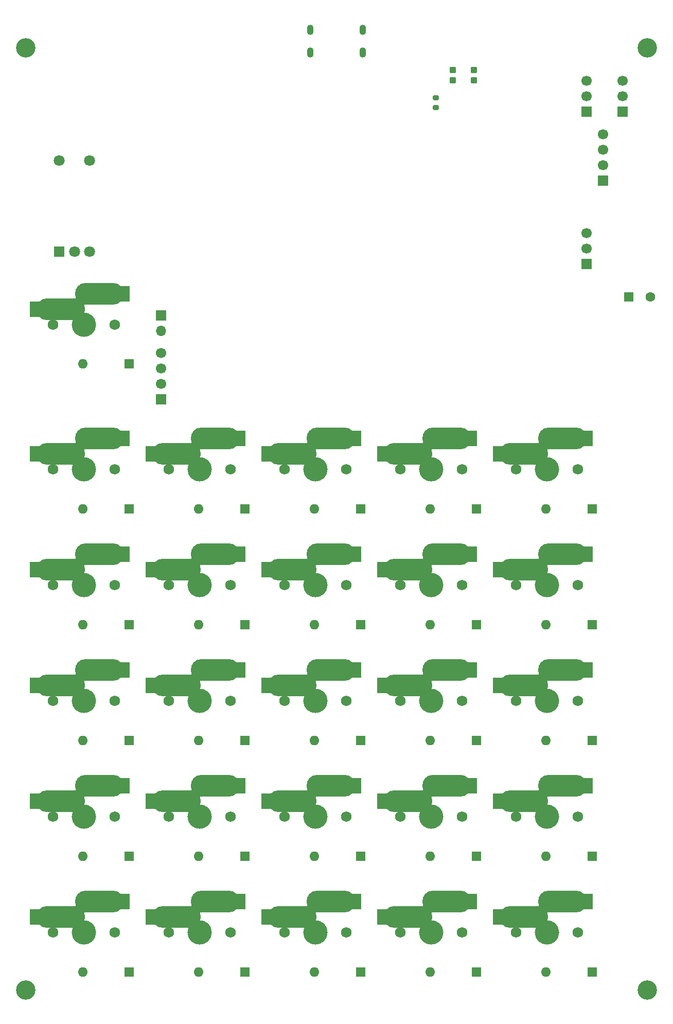
<source format=gbs>
%TF.GenerationSoftware,KiCad,Pcbnew,9.0.7*%
%TF.CreationDate,2026-03-01T02:19:44-05:00*%
%TF.ProjectId,Macropad,4d616372-6f70-4616-942e-6b696361645f,rev?*%
%TF.SameCoordinates,Original*%
%TF.FileFunction,Soldermask,Bot*%
%TF.FilePolarity,Negative*%
%FSLAX46Y46*%
G04 Gerber Fmt 4.6, Leading zero omitted, Abs format (unit mm)*
G04 Created by KiCad (PCBNEW 9.0.7) date 2026-03-01 02:19:44*
%MOMM*%
%LPD*%
G01*
G04 APERTURE LIST*
G04 Aperture macros list*
%AMRoundRect*
0 Rectangle with rounded corners*
0 $1 Rounding radius*
0 $2 $3 $4 $5 $6 $7 $8 $9 X,Y pos of 4 corners*
0 Add a 4 corners polygon primitive as box body*
4,1,4,$2,$3,$4,$5,$6,$7,$8,$9,$2,$3,0*
0 Add four circle primitives for the rounded corners*
1,1,$1+$1,$2,$3*
1,1,$1+$1,$4,$5*
1,1,$1+$1,$6,$7*
1,1,$1+$1,$8,$9*
0 Add four rect primitives between the rounded corners*
20,1,$1+$1,$2,$3,$4,$5,0*
20,1,$1+$1,$4,$5,$6,$7,0*
20,1,$1+$1,$6,$7,$8,$9,0*
20,1,$1+$1,$8,$9,$2,$3,0*%
G04 Aperture macros list end*
%ADD10R,2.550000X2.500000*%
%ADD11O,8.000000X3.600000*%
%ADD12C,4.000000*%
%ADD13C,1.750000*%
%ADD14R,1.600000X1.600000*%
%ADD15O,1.600000X1.600000*%
%ADD16R,1.700000X1.700000*%
%ADD17C,1.700000*%
%ADD18O,1.700000X1.700000*%
%ADD19O,1.100000X1.700000*%
%ADD20C,1.600000*%
%ADD21R,1.800000X1.800000*%
%ADD22C,1.800000*%
%ADD23C,3.200000*%
%ADD24RoundRect,0.200000X0.275000X-0.200000X0.275000X0.200000X-0.275000X0.200000X-0.275000X-0.200000X0*%
%ADD25RoundRect,0.200000X-0.350000X-0.300000X0.350000X-0.300000X0.350000X0.300000X-0.350000X0.300000X0*%
G04 APERTURE END LIST*
D10*
%TO.C,SW1*%
X1965000Y-6985000D03*
X15815000Y-4445000D03*
D11*
X5715000Y-6985000D03*
X12065000Y-4445000D03*
D12*
X9525000Y-9525000D03*
D13*
X4445000Y-9525000D03*
X14605000Y-9525000D03*
%TD*%
D14*
%TO.C,D1*%
X17025000Y-16025000D03*
D15*
X9405000Y-16025000D03*
%TD*%
D10*
%TO.C,SW2*%
X1965000Y-30797000D03*
X15815000Y-28257000D03*
D11*
X5715000Y-30797000D03*
X12065000Y-28257000D03*
D12*
X9525000Y-33337000D03*
D13*
X4445000Y-33337000D03*
X14605000Y-33337000D03*
%TD*%
D14*
%TO.C,D2*%
X17025000Y-39837000D03*
D15*
X9405000Y-39837000D03*
%TD*%
D10*
%TO.C,SW3*%
X21015000Y-30797000D03*
X34865000Y-28257000D03*
D11*
X24765000Y-30797000D03*
X31115000Y-28257000D03*
D12*
X28575000Y-33337000D03*
D13*
X23495000Y-33337000D03*
X33655000Y-33337000D03*
%TD*%
D14*
%TO.C,D3*%
X36075000Y-39837000D03*
D15*
X28455000Y-39837000D03*
%TD*%
D10*
%TO.C,SW4*%
X40065000Y-30797000D03*
X53915000Y-28257000D03*
D11*
X43815000Y-30797000D03*
X50165000Y-28257000D03*
D12*
X47625000Y-33337000D03*
D13*
X42545000Y-33337000D03*
X52705000Y-33337000D03*
%TD*%
D14*
%TO.C,D4*%
X55125000Y-39837000D03*
D15*
X47505000Y-39837000D03*
%TD*%
D10*
%TO.C,SW5*%
X59115000Y-30797000D03*
X72965000Y-28257000D03*
D11*
X62865000Y-30797000D03*
X69215000Y-28257000D03*
D12*
X66675000Y-33337000D03*
D13*
X61595000Y-33337000D03*
X71755000Y-33337000D03*
%TD*%
D14*
%TO.C,D5*%
X74175000Y-39837000D03*
D15*
X66555000Y-39837000D03*
%TD*%
D10*
%TO.C,SW6*%
X78165000Y-30797000D03*
X92015000Y-28257000D03*
D11*
X81915000Y-30797000D03*
X88265000Y-28257000D03*
D12*
X85725000Y-33337000D03*
D13*
X80645000Y-33337000D03*
X90805000Y-33337000D03*
%TD*%
D14*
%TO.C,D6*%
X93225000Y-39837000D03*
D15*
X85605000Y-39837000D03*
%TD*%
D10*
%TO.C,SW7*%
X1965000Y-49848000D03*
X15815000Y-47308000D03*
D11*
X5715000Y-49848000D03*
X12065000Y-47308000D03*
D12*
X9525000Y-52388000D03*
D13*
X4445000Y-52388000D03*
X14605000Y-52388000D03*
%TD*%
D14*
%TO.C,D7*%
X17025000Y-58888000D03*
D15*
X9405000Y-58888000D03*
%TD*%
D10*
%TO.C,SW8*%
X21015000Y-49848000D03*
X34865000Y-47308000D03*
D11*
X24765000Y-49848000D03*
X31115000Y-47308000D03*
D12*
X28575000Y-52388000D03*
D13*
X23495000Y-52388000D03*
X33655000Y-52388000D03*
%TD*%
D14*
%TO.C,D8*%
X36075000Y-58888000D03*
D15*
X28455000Y-58888000D03*
%TD*%
D10*
%TO.C,SW9*%
X40065000Y-49848000D03*
X53915000Y-47308000D03*
D11*
X43815000Y-49848000D03*
X50165000Y-47308000D03*
D12*
X47625000Y-52388000D03*
D13*
X42545000Y-52388000D03*
X52705000Y-52388000D03*
%TD*%
D14*
%TO.C,D9*%
X55125000Y-58888000D03*
D15*
X47505000Y-58888000D03*
%TD*%
D10*
%TO.C,SW10*%
X59115000Y-49848000D03*
X72965000Y-47308000D03*
D11*
X62865000Y-49848000D03*
X69215000Y-47308000D03*
D12*
X66675000Y-52388000D03*
D13*
X61595000Y-52388000D03*
X71755000Y-52388000D03*
%TD*%
D14*
%TO.C,D10*%
X74175000Y-58888000D03*
D15*
X66555000Y-58888000D03*
%TD*%
D10*
%TO.C,SW11*%
X78165000Y-49848000D03*
X92015000Y-47308000D03*
D11*
X81915000Y-49848000D03*
X88265000Y-47308000D03*
D12*
X85725000Y-52388000D03*
D13*
X80645000Y-52388000D03*
X90805000Y-52388000D03*
%TD*%
D14*
%TO.C,D11*%
X93225000Y-58888000D03*
D15*
X85605000Y-58888000D03*
%TD*%
D10*
%TO.C,SW12*%
X1965000Y-68898000D03*
X15815000Y-66358000D03*
D11*
X5715000Y-68898000D03*
X12065000Y-66358000D03*
D12*
X9525000Y-71438000D03*
D13*
X4445000Y-71438000D03*
X14605000Y-71438000D03*
%TD*%
D14*
%TO.C,D12*%
X17025000Y-77938000D03*
D15*
X9405000Y-77938000D03*
%TD*%
D10*
%TO.C,SW13*%
X21015000Y-68898000D03*
X34865000Y-66358000D03*
D11*
X24765000Y-68898000D03*
X31115000Y-66358000D03*
D12*
X28575000Y-71438000D03*
D13*
X23495000Y-71438000D03*
X33655000Y-71438000D03*
%TD*%
D14*
%TO.C,D13*%
X36075000Y-77938000D03*
D15*
X28455000Y-77938000D03*
%TD*%
D10*
%TO.C,SW14*%
X40065000Y-68898000D03*
X53915000Y-66358000D03*
D11*
X43815000Y-68898000D03*
X50165000Y-66358000D03*
D12*
X47625000Y-71438000D03*
D13*
X42545000Y-71438000D03*
X52705000Y-71438000D03*
%TD*%
D14*
%TO.C,D14*%
X55125000Y-77938000D03*
D15*
X47505000Y-77938000D03*
%TD*%
D10*
%TO.C,SW15*%
X59115000Y-68898000D03*
X72965000Y-66358000D03*
D11*
X62865000Y-68898000D03*
X69215000Y-66358000D03*
D12*
X66675000Y-71438000D03*
D13*
X61595000Y-71438000D03*
X71755000Y-71438000D03*
%TD*%
D14*
%TO.C,D15*%
X74175000Y-77938000D03*
D15*
X66555000Y-77938000D03*
%TD*%
D10*
%TO.C,SW16*%
X78165000Y-68898000D03*
X92015000Y-66358000D03*
D11*
X81915000Y-68898000D03*
X88265000Y-66358000D03*
D12*
X85725000Y-71438000D03*
D13*
X80645000Y-71438000D03*
X90805000Y-71438000D03*
%TD*%
D14*
%TO.C,D16*%
X93225000Y-77938000D03*
D15*
X85605000Y-77938000D03*
%TD*%
D10*
%TO.C,SW17*%
X1965000Y-87947000D03*
X15815000Y-85407000D03*
D11*
X5715000Y-87947000D03*
X12065000Y-85407000D03*
D12*
X9525000Y-90487000D03*
D13*
X4445000Y-90487000D03*
X14605000Y-90487000D03*
%TD*%
D14*
%TO.C,D17*%
X17025000Y-96987000D03*
D15*
X9405000Y-96987000D03*
%TD*%
D10*
%TO.C,SW18*%
X21015000Y-87947000D03*
X34865000Y-85407000D03*
D11*
X24765000Y-87947000D03*
X31115000Y-85407000D03*
D12*
X28575000Y-90487000D03*
D13*
X23495000Y-90487000D03*
X33655000Y-90487000D03*
%TD*%
D14*
%TO.C,D18*%
X36075000Y-96987000D03*
D15*
X28455000Y-96987000D03*
%TD*%
D10*
%TO.C,SW19*%
X40065000Y-87947000D03*
X53915000Y-85407000D03*
D11*
X43815000Y-87947000D03*
X50165000Y-85407000D03*
D12*
X47625000Y-90487000D03*
D13*
X42545000Y-90487000D03*
X52705000Y-90487000D03*
%TD*%
D14*
%TO.C,D19*%
X55125000Y-96987000D03*
D15*
X47505000Y-96987000D03*
%TD*%
D10*
%TO.C,SW20*%
X59115000Y-87947000D03*
X72965000Y-85407000D03*
D11*
X62865000Y-87947000D03*
X69215000Y-85407000D03*
D12*
X66675000Y-90487000D03*
D13*
X61595000Y-90487000D03*
X71755000Y-90487000D03*
%TD*%
D14*
%TO.C,D20*%
X74175000Y-96987000D03*
D15*
X66555000Y-96987000D03*
%TD*%
D10*
%TO.C,SW21*%
X78165000Y-87947000D03*
X92015000Y-85407000D03*
D11*
X81915000Y-87947000D03*
X88265000Y-85407000D03*
D12*
X85725000Y-90487000D03*
D13*
X80645000Y-90487000D03*
X90805000Y-90487000D03*
%TD*%
D14*
%TO.C,D21*%
X93225000Y-96987000D03*
D15*
X85605000Y-96987000D03*
%TD*%
D10*
%TO.C,SW22*%
X1965000Y-106998000D03*
X15815000Y-104458000D03*
D11*
X5715000Y-106998000D03*
X12065000Y-104458000D03*
D12*
X9525000Y-109538000D03*
D13*
X4445000Y-109538000D03*
X14605000Y-109538000D03*
%TD*%
D14*
%TO.C,D22*%
X17025000Y-116038000D03*
D15*
X9405000Y-116038000D03*
%TD*%
D10*
%TO.C,SW23*%
X21015000Y-106998000D03*
X34865000Y-104458000D03*
D11*
X24765000Y-106998000D03*
X31115000Y-104458000D03*
D12*
X28575000Y-109538000D03*
D13*
X23495000Y-109538000D03*
X33655000Y-109538000D03*
%TD*%
D14*
%TO.C,D23*%
X36075000Y-116038000D03*
D15*
X28455000Y-116038000D03*
%TD*%
D10*
%TO.C,SW24*%
X40065000Y-106998000D03*
X53915000Y-104458000D03*
D11*
X43815000Y-106998000D03*
X50165000Y-104458000D03*
D12*
X47625000Y-109538000D03*
D13*
X42545000Y-109538000D03*
X52705000Y-109538000D03*
%TD*%
D14*
%TO.C,D24*%
X55125000Y-116038000D03*
D15*
X47505000Y-116038000D03*
%TD*%
D10*
%TO.C,SW25*%
X59115000Y-106998000D03*
X72965000Y-104458000D03*
D11*
X62865000Y-106998000D03*
X69215000Y-104458000D03*
D12*
X66675000Y-109538000D03*
D13*
X61595000Y-109538000D03*
X71755000Y-109538000D03*
%TD*%
D14*
%TO.C,D25*%
X74175000Y-116038000D03*
D15*
X66555000Y-116038000D03*
%TD*%
D10*
%TO.C,SW26*%
X78165000Y-106998000D03*
X92015000Y-104458000D03*
D11*
X81915000Y-106998000D03*
X88265000Y-104458000D03*
D12*
X85725000Y-109538000D03*
D13*
X80645000Y-109538000D03*
X90805000Y-109538000D03*
%TD*%
D14*
%TO.C,D26*%
X93225000Y-116038000D03*
D15*
X85605000Y-116038000D03*
%TD*%
D16*
%TO.C,J201*%
X98250000Y25460000D03*
D17*
X98250000Y28000000D03*
X98250000Y30540000D03*
%TD*%
D16*
%TO.C,J202*%
X92250000Y25460000D03*
D17*
X92250000Y28000000D03*
X92250000Y30540000D03*
%TD*%
D16*
%TO.C,J301*%
X92250000Y460000D03*
D17*
X92250000Y3000000D03*
X92250000Y5540000D03*
%TD*%
D16*
%TO.C,J302*%
X95000000Y14190000D03*
D17*
X95000000Y16730000D03*
X95000000Y19270000D03*
X95000000Y21810000D03*
%TD*%
D16*
%TO.C,J400*%
X22250000Y-8000000D03*
D18*
X22250000Y-10540000D03*
%TD*%
D16*
%TO.C,J401*%
X22250000Y-21810000D03*
D17*
X22250000Y-19270000D03*
X22250000Y-16730000D03*
X22250000Y-14190000D03*
%TD*%
D19*
%TO.C,J402*%
X46805000Y39000000D03*
X46805000Y35200000D03*
X55445000Y39000000D03*
X55445000Y35200000D03*
%TD*%
D14*
%TO.C,C401*%
X99250000Y-5000000D03*
D20*
X102750000Y-5000000D03*
%TD*%
D21*
%TO.C,SW401*%
X5500000Y2500000D03*
D22*
X10500000Y2500000D03*
X8000000Y2500000D03*
X5500000Y17500000D03*
X10500000Y17500000D03*
%TD*%
D23*
%TO.C,H1*%
X0Y36000000D03*
%TD*%
%TO.C,H2*%
X102250000Y36000000D03*
%TD*%
%TO.C,H3*%
X0Y-119000000D03*
%TD*%
%TO.C,H4*%
X102250000Y-119000000D03*
%TD*%
D24*
%TO.C,R407*%
X67500000Y26175000D03*
X67500000Y27825000D03*
%TD*%
D25*
%TO.C,SW402*%
X70300000Y30650000D03*
X73700000Y30650000D03*
X70300000Y32350000D03*
X73700000Y32350000D03*
%TD*%
M02*

</source>
